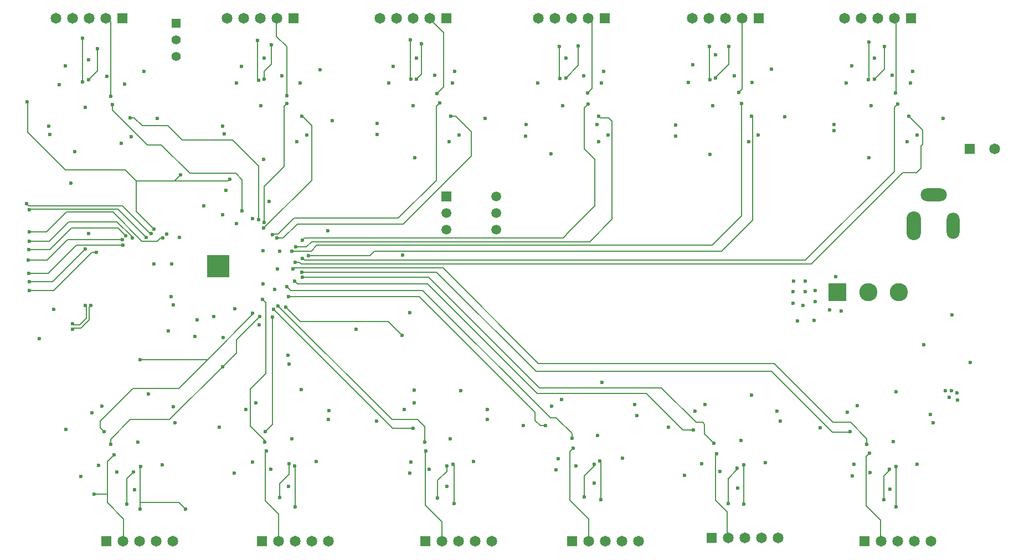
<source format=gbl>
G04 #@! TF.GenerationSoftware,KiCad,Pcbnew,9.0.1*
G04 #@! TF.CreationDate,2025-05-20T14:35:32+01:00*
G04 #@! TF.ProjectId,DST,4453542e-6b69-4636-9164-5f7063625858,rev?*
G04 #@! TF.SameCoordinates,Original*
G04 #@! TF.FileFunction,Copper,L6,Bot*
G04 #@! TF.FilePolarity,Positive*
%FSLAX46Y46*%
G04 Gerber Fmt 4.6, Leading zero omitted, Abs format (unit mm)*
G04 Created by KiCad (PCBNEW 9.0.1) date 2025-05-20 14:35:32*
%MOMM*%
%LPD*%
G01*
G04 APERTURE LIST*
G04 #@! TA.AperFunction,HeatsinkPad*
%ADD10C,0.500000*%
G04 #@! TD*
G04 #@! TA.AperFunction,HeatsinkPad*
%ADD11R,3.400000X3.400000*%
G04 #@! TD*
G04 #@! TA.AperFunction,ComponentPad*
%ADD12R,1.650000X1.650000*%
G04 #@! TD*
G04 #@! TA.AperFunction,ComponentPad*
%ADD13C,1.650000*%
G04 #@! TD*
G04 #@! TA.AperFunction,ComponentPad*
%ADD14O,2.200000X4.400000*%
G04 #@! TD*
G04 #@! TA.AperFunction,ComponentPad*
%ADD15O,2.000000X4.000000*%
G04 #@! TD*
G04 #@! TA.AperFunction,ComponentPad*
%ADD16O,4.000000X2.000000*%
G04 #@! TD*
G04 #@! TA.AperFunction,ComponentPad*
%ADD17R,1.398000X1.398000*%
G04 #@! TD*
G04 #@! TA.AperFunction,ComponentPad*
%ADD18C,1.398000*%
G04 #@! TD*
G04 #@! TA.AperFunction,ComponentPad*
%ADD19R,1.509000X1.509000*%
G04 #@! TD*
G04 #@! TA.AperFunction,ComponentPad*
%ADD20C,1.509000*%
G04 #@! TD*
G04 #@! TA.AperFunction,ComponentPad*
%ADD21R,2.775000X2.775000*%
G04 #@! TD*
G04 #@! TA.AperFunction,ComponentPad*
%ADD22C,2.775000*%
G04 #@! TD*
G04 #@! TA.AperFunction,ViaPad*
%ADD23C,0.600000*%
G04 #@! TD*
G04 #@! TA.AperFunction,Conductor*
%ADD24C,0.200000*%
G04 #@! TD*
G04 APERTURE END LIST*
D10*
G04 #@! TO.P,U1,81,GND*
G04 #@! TO.N,GND*
X128962500Y-90737500D03*
X128962500Y-89287500D03*
X128962500Y-87837500D03*
X127512500Y-90737500D03*
X127512500Y-89287500D03*
D11*
X127512500Y-89287500D03*
D10*
X127512500Y-87837500D03*
X126062500Y-90737500D03*
X126062500Y-89287500D03*
X126062500Y-87837500D03*
G04 #@! TD*
D12*
G04 #@! TO.P,J5,1,1*
G04 #@! TO.N,/OUT1A7*
X233480000Y-51400000D03*
D13*
G04 #@! TO.P,J5,2,2*
G04 #@! TO.N,/OUT1B7*
X230940000Y-51400000D03*
G04 #@! TO.P,J5,3,3*
G04 #@! TO.N,/OUT2A7*
X228400000Y-51400000D03*
G04 #@! TO.P,J5,4,4*
G04 #@! TO.N,/OUT2B7*
X225860000Y-51400000D03*
G04 #@! TO.P,J5,5,5*
G04 #@! TO.N,+3V3*
X223320000Y-51400000D03*
G04 #@! TD*
D12*
G04 #@! TO.P,J15,1,1*
G04 #@! TO.N,/OUT1A11*
X139080000Y-51400000D03*
D13*
G04 #@! TO.P,J15,2,2*
G04 #@! TO.N,/OUT1B11*
X136540000Y-51400000D03*
G04 #@! TO.P,J15,3,3*
G04 #@! TO.N,/OUT2A11*
X134000000Y-51400000D03*
G04 #@! TO.P,J15,4,4*
G04 #@! TO.N,/OUT2B11*
X131460000Y-51400000D03*
G04 #@! TO.P,J15,5,5*
G04 #@! TO.N,+3V3*
X128920000Y-51400000D03*
G04 #@! TD*
D12*
G04 #@! TO.P,J8,1,1*
G04 #@! TO.N,/OUT1A3*
X159160000Y-131400000D03*
D13*
G04 #@! TO.P,J8,2,2*
G04 #@! TO.N,/OUT1B3*
X161700000Y-131400000D03*
G04 #@! TO.P,J8,3,3*
G04 #@! TO.N,/OUT2A3*
X164240000Y-131400000D03*
G04 #@! TO.P,J8,4,4*
G04 #@! TO.N,/OUT2B3*
X166780000Y-131400000D03*
G04 #@! TO.P,J8,5,5*
G04 #@! TO.N,+3V3*
X169320000Y-131400000D03*
G04 #@! TD*
D14*
G04 #@! TO.P,J13,1*
G04 #@! TO.N,/12V_IN*
X233900000Y-83100000D03*
D15*
G04 #@! TO.P,J13,2*
G04 #@! TO.N,GND*
X239900000Y-83100000D03*
D16*
G04 #@! TO.P,J13,3*
G04 #@! TO.N,unconnected-(J13-Pad3)*
X236900000Y-78400000D03*
G04 #@! TD*
D12*
G04 #@! TO.P,J4,1,1*
G04 #@! TO.N,/OUT1A1*
X110420000Y-131400000D03*
D13*
G04 #@! TO.P,J4,2,2*
G04 #@! TO.N,/OUT1B1*
X112960000Y-131400000D03*
G04 #@! TO.P,J4,3,3*
G04 #@! TO.N,/OUT2A1*
X115500000Y-131400000D03*
G04 #@! TO.P,J4,4,4*
G04 #@! TO.N,/OUT2B1*
X118040000Y-131400000D03*
G04 #@! TO.P,J4,5,5*
G04 #@! TO.N,+3V3*
X120580000Y-131400000D03*
G04 #@! TD*
D12*
G04 #@! TO.P,J16,1,1*
G04 #@! TO.N,/OUT1A6*
X226320000Y-131400000D03*
D13*
G04 #@! TO.P,J16,2,2*
G04 #@! TO.N,/OUT1B6*
X228860000Y-131400000D03*
G04 #@! TO.P,J16,3,3*
G04 #@! TO.N,/OUT2A6*
X231400000Y-131400000D03*
G04 #@! TO.P,J16,4,4*
G04 #@! TO.N,/OUT2B6*
X233940000Y-131400000D03*
G04 #@! TO.P,J16,5,5*
G04 #@! TO.N,+3V3*
X236480000Y-131400000D03*
G04 #@! TD*
D12*
G04 #@! TO.P,J11,1,1*
G04 #@! TO.N,/OUT1A10*
X162380000Y-51400000D03*
D13*
G04 #@! TO.P,J11,2,2*
G04 #@! TO.N,/OUT1B10*
X159840000Y-51400000D03*
G04 #@! TO.P,J11,3,3*
G04 #@! TO.N,/OUT2A10*
X157300000Y-51400000D03*
G04 #@! TO.P,J11,4,4*
G04 #@! TO.N,/OUT2B10*
X154760000Y-51400000D03*
G04 #@! TO.P,J11,5,5*
G04 #@! TO.N,+3V3*
X152220000Y-51400000D03*
G04 #@! TD*
D17*
G04 #@! TO.P,J2,1,1*
G04 #@! TO.N,/SWCLK*
X121137500Y-52160000D03*
D18*
G04 #@! TO.P,J2,2,2*
G04 #@! TO.N,GND*
X121137500Y-54700000D03*
G04 #@! TO.P,J2,3,3*
G04 #@! TO.N,/SWD*
X121137500Y-57240000D03*
G04 #@! TD*
D12*
G04 #@! TO.P,J7,1,1*
G04 #@! TO.N,/OUT1A8*
X210200000Y-51400000D03*
D13*
G04 #@! TO.P,J7,2,2*
G04 #@! TO.N,/OUT1B8*
X207660000Y-51400000D03*
G04 #@! TO.P,J7,3,3*
G04 #@! TO.N,/OUT2A8*
X205120000Y-51400000D03*
G04 #@! TO.P,J7,4,4*
G04 #@! TO.N,/OUT2B8*
X202580000Y-51400000D03*
G04 #@! TO.P,J7,5,5*
G04 #@! TO.N,+3V3*
X200040000Y-51400000D03*
G04 #@! TD*
D19*
G04 #@! TO.P,S1,1,COM_1*
G04 #@! TO.N,/In1*
X162400000Y-78620000D03*
D20*
G04 #@! TO.P,S1,2,N.O._1*
G04 #@! TO.N,GND*
X170020000Y-78620000D03*
G04 #@! TO.P,S1,3,COM_2*
G04 #@! TO.N,/In2*
X162400000Y-81160000D03*
G04 #@! TO.P,S1,4,N.O._2*
G04 #@! TO.N,GND*
X170020000Y-81160000D03*
G04 #@! TO.P,S1,5,COM_3*
G04 #@! TO.N,/In3*
X162400000Y-83700000D03*
G04 #@! TO.P,S1,6,N.O._3*
G04 #@! TO.N,GND*
X170020000Y-83700000D03*
G04 #@! TD*
D12*
G04 #@! TO.P,J12,1,1*
G04 #@! TO.N,/OUT1A5*
X202980000Y-130900000D03*
D13*
G04 #@! TO.P,J12,2,2*
G04 #@! TO.N,/OUT1B5*
X205520000Y-130900000D03*
G04 #@! TO.P,J12,3,3*
G04 #@! TO.N,/OUT2A5*
X208060000Y-130900000D03*
G04 #@! TO.P,J12,4,4*
G04 #@! TO.N,/OUT2B5*
X210600000Y-130900000D03*
G04 #@! TO.P,J12,5,5*
G04 #@! TO.N,+3V3*
X213140000Y-130900000D03*
G04 #@! TD*
D12*
G04 #@! TO.P,J9,1,1*
G04 #@! TO.N,/OUT1A9*
X186620000Y-51400000D03*
D13*
G04 #@! TO.P,J9,2,2*
G04 #@! TO.N,/OUT1B9*
X184080000Y-51400000D03*
G04 #@! TO.P,J9,3,3*
G04 #@! TO.N,/OUT2A9*
X181540000Y-51400000D03*
G04 #@! TO.P,J9,4,4*
G04 #@! TO.N,/OUT2B9*
X179000000Y-51400000D03*
G04 #@! TO.P,J9,5,5*
G04 #@! TO.N,+3V3*
X176460000Y-51400000D03*
G04 #@! TD*
D12*
G04 #@! TO.P,J17,1,1*
G04 #@! TO.N,/OUT1A12*
X112880000Y-51400000D03*
D13*
G04 #@! TO.P,J17,2,2*
G04 #@! TO.N,/OUT1B12*
X110340000Y-51400000D03*
G04 #@! TO.P,J17,3,3*
G04 #@! TO.N,/OUT2A12*
X107800000Y-51400000D03*
G04 #@! TO.P,J17,4,4*
G04 #@! TO.N,/OUT2B12*
X105260000Y-51400000D03*
G04 #@! TO.P,J17,5,5*
G04 #@! TO.N,+3V3*
X102720000Y-51400000D03*
G04 #@! TD*
D12*
G04 #@! TO.P,J6,1,1*
G04 #@! TO.N,/OUT1A2*
X134220000Y-131400000D03*
D13*
G04 #@! TO.P,J6,2,2*
G04 #@! TO.N,/OUT1B2*
X136760000Y-131400000D03*
G04 #@! TO.P,J6,3,3*
G04 #@! TO.N,/OUT2A2*
X139300000Y-131400000D03*
G04 #@! TO.P,J6,4,4*
G04 #@! TO.N,/OUT2B2*
X141840000Y-131400000D03*
G04 #@! TO.P,J6,5,5*
G04 #@! TO.N,+3V3*
X144380000Y-131400000D03*
G04 #@! TD*
D12*
G04 #@! TO.P,J1,01,01*
G04 #@! TO.N,/12V_IN*
X242390000Y-71400000D03*
D13*
G04 #@! TO.P,J1,02,02*
G04 #@! TO.N,GND*
X246200000Y-71400000D03*
G04 #@! TD*
D21*
G04 #@! TO.P,S2,1,NO*
G04 #@! TO.N,+12V*
X222200000Y-93300000D03*
D22*
G04 #@! TO.P,S2,2,COMM*
G04 #@! TO.N,Net-(D2-K)*
X226900000Y-93300000D03*
G04 #@! TO.P,S2,3,NC*
G04 #@! TO.N,unconnected-(S2-NC-Pad3)*
X231600000Y-93300000D03*
G04 #@! TD*
D12*
G04 #@! TO.P,J10,1,1*
G04 #@! TO.N,/OUT1A4*
X181620000Y-131400000D03*
D13*
G04 #@! TO.P,J10,2,2*
G04 #@! TO.N,/OUT1B4*
X184160000Y-131400000D03*
G04 #@! TO.P,J10,3,3*
G04 #@! TO.N,/OUT2A4*
X186700000Y-131400000D03*
G04 #@! TO.P,J10,4,4*
G04 #@! TO.N,/OUT2B4*
X189240000Y-131400000D03*
G04 #@! TO.P,J10,5,5*
G04 #@! TO.N,+3V3*
X191780000Y-131400000D03*
G04 #@! TD*
D23*
G04 #@! TO.N,GND*
X128500000Y-69100000D03*
X185000000Y-122500000D03*
X113200000Y-61490000D03*
X200455000Y-111500000D03*
X224750000Y-119651000D03*
X203115000Y-64725000D03*
X233365000Y-61250000D03*
X128300000Y-100200000D03*
X203600000Y-57000000D03*
X119666341Y-84432245D03*
X136200000Y-92900000D03*
X104142500Y-58695000D03*
X138295000Y-123000000D03*
X107700000Y-84300000D03*
X115250000Y-116250000D03*
X141070000Y-69250000D03*
X180160000Y-64750000D03*
X120700000Y-110800000D03*
X179500000Y-118750000D03*
X107700000Y-57740000D03*
X117700000Y-89000000D03*
X133800000Y-98301000D03*
X157000000Y-119250000D03*
X209115000Y-61225000D03*
X148600000Y-99000000D03*
X164365000Y-69250000D03*
X187160000Y-69250000D03*
X114750000Y-123500000D03*
X163365000Y-61250000D03*
X102400000Y-95900000D03*
X213000000Y-111500000D03*
X100200000Y-100400000D03*
X157500000Y-108250000D03*
X234365000Y-69250000D03*
X178500000Y-110750000D03*
X230750000Y-116151000D03*
X155700000Y-87600000D03*
X230250000Y-123401000D03*
X109250000Y-119750000D03*
X140070000Y-61250000D03*
X136620000Y-89700000D03*
X154307500Y-58705000D03*
X239750000Y-96750000D03*
X224365000Y-58680000D03*
X125325735Y-80074265D03*
X151800000Y-69200000D03*
X134070000Y-64750000D03*
X162500000Y-123000000D03*
X136900000Y-87000000D03*
X107200000Y-64990000D03*
X132800000Y-82000000D03*
X105000000Y-76600000D03*
X200115000Y-58475000D03*
X124000000Y-100100000D03*
X101800000Y-69200000D03*
X180660000Y-57500000D03*
X144500000Y-111400000D03*
X174500000Y-69400000D03*
X157865000Y-57500000D03*
X206955000Y-123250000D03*
X185500000Y-115250000D03*
X163000000Y-115750000D03*
X120700000Y-95200000D03*
X210115000Y-69225000D03*
X201455000Y-119500000D03*
X227865000Y-57500000D03*
X242500000Y-104000000D03*
X227365000Y-64750000D03*
X131795000Y-111250000D03*
X197500000Y-69400000D03*
X168700000Y-111200000D03*
X134570000Y-57500000D03*
X138795000Y-115750000D03*
X131057500Y-58705000D03*
X207455000Y-116000000D03*
X156000000Y-111250000D03*
X221700000Y-68600000D03*
X114200000Y-69490000D03*
X108250000Y-111750000D03*
X128700000Y-77700000D03*
X132795000Y-119250000D03*
X138400000Y-104300000D03*
X157365000Y-64750000D03*
X191200000Y-110500000D03*
X223750000Y-111651000D03*
X186160000Y-61250000D03*
X236400000Y-112000000D03*
G04 #@! TO.N,/OUT1B1*
X111600000Y-118200000D03*
X108600000Y-124200000D03*
G04 #@! TO.N,/OUT2A1*
X122500000Y-126500000D03*
X115600000Y-126500000D03*
X115650000Y-120000000D03*
G04 #@! TO.N,/OUT1A1*
X114600000Y-120800000D03*
X113600000Y-125700000D03*
G04 #@! TO.N,/OUT1A2*
X136900000Y-124700000D03*
X138395000Y-119500000D03*
G04 #@! TO.N,/OUT2A2*
X139300000Y-126100000D03*
X139195000Y-119900000D03*
G04 #@! TO.N,/OUT1B2*
X134900000Y-117600000D03*
G04 #@! TO.N,/OUT2A3*
X163600000Y-125600000D03*
X163400000Y-119600000D03*
G04 #@! TO.N,/OUT1B3*
X159300000Y-117600000D03*
G04 #@! TO.N,/OUT1A3*
X161100000Y-124800000D03*
X162500000Y-119900000D03*
G04 #@! TO.N,/OUT2A4*
X186000000Y-125000000D03*
X185900000Y-119100000D03*
G04 #@! TO.N,/OUT1B4*
X181800000Y-117200000D03*
G04 #@! TO.N,/OUT1A4*
X183500000Y-124600000D03*
X185000000Y-119600000D03*
G04 #@! TO.N,/OUT1A5*
X206900000Y-120200000D03*
X205500000Y-125600000D03*
G04 #@! TO.N,/OUT1B5*
X203700000Y-118000000D03*
G04 #@! TO.N,/OUT2A5*
X207900000Y-125700000D03*
X207855000Y-119700000D03*
G04 #@! TO.N,/OUT1A6*
X230146568Y-120352961D03*
X229300000Y-125000000D03*
G04 #@! TO.N,/OUT1B6*
X227100000Y-117900000D03*
G04 #@! TO.N,/OUT2A6*
X231150000Y-120000000D03*
X231200000Y-126100000D03*
G04 #@! TO.N,/OUT1B7*
X231100000Y-62800000D03*
G04 #@! TO.N,/OUT2A7*
X227000000Y-55000000D03*
X226965000Y-60800000D03*
G04 #@! TO.N,/OUT1A7*
X229400000Y-55700000D03*
X227860821Y-60674723D03*
G04 #@! TO.N,/OUT1A8*
X205600000Y-55700000D03*
X203600000Y-60500000D03*
G04 #@! TO.N,/OUT1B8*
X207100000Y-62700000D03*
G04 #@! TO.N,/OUT2A8*
X202600000Y-55700000D03*
X202715000Y-60800000D03*
G04 #@! TO.N,/OUT1B9*
X184000000Y-62800000D03*
G04 #@! TO.N,/OUT2A9*
X179700000Y-55700000D03*
X179760000Y-60600000D03*
G04 #@! TO.N,/OUT1A9*
X180700000Y-60500000D03*
X182600000Y-55600000D03*
G04 #@! TO.N,/OUT1B10*
X161000000Y-62900000D03*
G04 #@! TO.N,/OUT1A10*
X157860821Y-60674723D03*
X158600000Y-55300000D03*
G04 #@! TO.N,/OUT2A10*
X156965000Y-60700000D03*
X156900000Y-54700000D03*
G04 #@! TO.N,/OUT1A11*
X135700000Y-55400000D03*
X134564246Y-60677178D03*
G04 #@! TO.N,/OUT2A11*
X133670000Y-60900000D03*
X133500000Y-54800000D03*
G04 #@! TO.N,/OUT1B11*
X138000000Y-63200000D03*
G04 #@! TO.N,/OUT1A12*
X107700000Y-60800000D03*
X109100000Y-56000000D03*
G04 #@! TO.N,/OUT1B12*
X111100000Y-63300000D03*
G04 #@! TO.N,/OUT2A12*
X106800000Y-61100000D03*
X106800000Y-54400000D03*
G04 #@! TO.N,+3V3*
X134400000Y-92000000D03*
X134424265Y-86924265D03*
X196322500Y-113912500D03*
X214115000Y-66475000D03*
X240600000Y-109800000D03*
X145000000Y-67000000D03*
X227000000Y-72700000D03*
X180000000Y-109750000D03*
X128195261Y-81473760D03*
X201955000Y-110500000D03*
X219572500Y-114063500D03*
X118245000Y-66690000D03*
X157500000Y-110250000D03*
X130312500Y-82800000D03*
X130073988Y-95850241D03*
X162865000Y-70250000D03*
X144300000Y-83900000D03*
X225250000Y-110651000D03*
X133295000Y-110250000D03*
X127662500Y-113912500D03*
X121600000Y-84900000D03*
X240500000Y-108700000D03*
X109750000Y-110750000D03*
X231200000Y-108500000D03*
X186200000Y-107100000D03*
X138200000Y-102900000D03*
X174162500Y-113662500D03*
X185660000Y-70250000D03*
X238700000Y-108400000D03*
X105600000Y-71800000D03*
X126875191Y-97023306D03*
X139570000Y-70250000D03*
X151750000Y-113000000D03*
X238365000Y-66680000D03*
X202700000Y-72200000D03*
X185400000Y-67600000D03*
X164600000Y-108400000D03*
X239300000Y-109400000D03*
X157600000Y-72700000D03*
X209100000Y-109000000D03*
X178400000Y-72100000D03*
X134500000Y-73000000D03*
X116900000Y-108900000D03*
X119900000Y-99200000D03*
X120400000Y-89000000D03*
X112700000Y-70490000D03*
X239600000Y-108400000D03*
X120300000Y-94000000D03*
X140200000Y-108200000D03*
X232865000Y-70250000D03*
X124300000Y-97500000D03*
X156800000Y-96400000D03*
X135345000Y-79410000D03*
X208615000Y-70225000D03*
X168307500Y-66705000D03*
X104250000Y-114250000D03*
G04 #@! TO.N,/DIR12*
X111400000Y-64600000D03*
X131200000Y-80800000D03*
G04 #@! TO.N,/DIR9*
X184100000Y-64500000D03*
X140400000Y-85300000D03*
G04 #@! TO.N,/DIR1*
X111100000Y-116600000D03*
X128200000Y-104700000D03*
X133900000Y-97000000D03*
G04 #@! TO.N,/DIR8*
X207500000Y-64400000D03*
X138791092Y-86985232D03*
G04 #@! TO.N,/EXT_GPIO1*
X117300000Y-84300000D03*
X98200000Y-79700000D03*
G04 #@! TO.N,/STEP1*
X132800000Y-96500000D03*
X110100000Y-114625000D03*
X115600000Y-103600000D03*
G04 #@! TO.N,/STEP6*
X224100000Y-114600000D03*
X140303976Y-90205781D03*
G04 #@! TO.N,/DIR6*
X139000000Y-89700000D03*
X226700000Y-116600000D03*
G04 #@! TO.N,/DIR2*
X134300000Y-94400000D03*
X134600000Y-116200000D03*
G04 #@! TO.N,/STEP10*
X163100000Y-66375000D03*
X136500000Y-85000000D03*
G04 #@! TO.N,/STEP4*
X177600000Y-113700000D03*
X138300000Y-94000000D03*
G04 #@! TO.N,/DIR3*
X136700000Y-95400000D03*
X159100000Y-116200000D03*
G04 #@! TO.N,/STEP11*
X140300000Y-66375000D03*
X134500000Y-83500000D03*
G04 #@! TO.N,/STEP8*
X209100000Y-66350000D03*
X141300000Y-87700000D03*
G04 #@! TO.N,/DIR7*
X140400000Y-88100000D03*
X231400000Y-64500000D03*
G04 #@! TO.N,/STEP7*
X233100000Y-66375000D03*
X139300000Y-88700000D03*
G04 #@! TO.N,/DIR5*
X140400000Y-91000000D03*
X203300000Y-116400000D03*
G04 #@! TO.N,/STEP12*
X114100000Y-66600000D03*
X133700000Y-82200000D03*
G04 #@! TO.N,/STEP9*
X185700000Y-66375000D03*
X139400000Y-86385232D03*
G04 #@! TO.N,/STEP3*
X157300000Y-114125000D03*
X136000000Y-95900000D03*
G04 #@! TO.N,/DIR4*
X138000000Y-92400000D03*
X181600000Y-115600000D03*
G04 #@! TO.N,/EXT_GPIO5*
X113395836Y-84678014D03*
X98600000Y-86800000D03*
G04 #@! TO.N,/STEP5*
X139200000Y-91600000D03*
X200200000Y-114375000D03*
G04 #@! TO.N,/STEP2*
X134700000Y-114650000D03*
X135800000Y-97100000D03*
G04 #@! TO.N,/DIR10*
X161400000Y-64300000D03*
X135800000Y-84500000D03*
G04 #@! TO.N,/DIR11*
X138000000Y-64400000D03*
X134551470Y-82600000D03*
G04 #@! TO.N,/EXT_GPIO4*
X114400000Y-85000000D03*
X98700000Y-85500000D03*
G04 #@! TO.N,/EXT_GPIO6*
X112850743Y-85263572D03*
X98500000Y-88400000D03*
G04 #@! TO.N,/EXT_GPIO9*
X108900000Y-87200000D03*
X98700000Y-93000000D03*
G04 #@! TO.N,/EXT_GPIO3*
X98700000Y-84100000D03*
X119100653Y-84997931D03*
G04 #@! TO.N,/EXT_GPIO7*
X112966637Y-86055135D03*
X98600000Y-90400000D03*
G04 #@! TO.N,/EXT_GPIO8*
X107200000Y-86700000D03*
X98700000Y-91700000D03*
G04 #@! TO.N,/EXT_GPIO2*
X116500000Y-84900000D03*
X98700000Y-80700000D03*
G04 #@! TO.N,/GPIO0*
X137900000Y-95600000D03*
X155600000Y-99900000D03*
G04 #@! TO.N,/ENABLE_N*
X117700000Y-83600000D03*
X129300000Y-76000000D03*
X98300000Y-64200000D03*
X121800000Y-75300000D03*
G04 #@! TO.N,/USB_D-*
X107175000Y-95300000D03*
X105300000Y-98125000D03*
G04 #@! TO.N,/USB_D+*
X108025000Y-95300000D03*
X105300000Y-98975000D03*
G04 #@! TO.N,+12V*
X101600000Y-67900000D03*
X130000000Y-121000000D03*
X221700000Y-67600000D03*
X197500000Y-67700000D03*
X218800000Y-94700000D03*
X215500000Y-91600000D03*
X212100000Y-59200000D03*
X222800000Y-96200000D03*
X191500000Y-112200000D03*
X213500000Y-113000000D03*
X234400000Y-119600000D03*
X168700000Y-112800000D03*
X160600000Y-60100000D03*
X130300000Y-61300000D03*
X206400000Y-60200000D03*
X112000000Y-120800000D03*
X120900000Y-113300000D03*
X174600000Y-67600000D03*
X217300000Y-93200000D03*
X151800000Y-67500000D03*
X204200000Y-120700000D03*
X143070000Y-59250000D03*
X142500000Y-119200000D03*
X198800000Y-121300000D03*
X189300000Y-118700000D03*
X216100000Y-97700000D03*
X221900000Y-90900000D03*
X182200000Y-119900000D03*
X179200000Y-120500000D03*
X223500000Y-61300000D03*
X176400000Y-61300000D03*
X221000000Y-96000000D03*
X106500000Y-121500000D03*
X156800000Y-121000000D03*
X186500000Y-59500000D03*
X235400000Y-101300000D03*
X153600000Y-61300000D03*
X218800000Y-93000000D03*
X163700000Y-59500000D03*
X128200000Y-67900000D03*
X215400000Y-95000000D03*
X166600000Y-119200000D03*
X236800000Y-113300000D03*
X216900000Y-95300000D03*
X211200000Y-119400000D03*
X218600000Y-97600000D03*
X215400000Y-93200000D03*
X224500000Y-121400000D03*
X116200000Y-59490000D03*
X233700000Y-59500000D03*
X159800000Y-120400000D03*
X144400000Y-112800000D03*
X103200000Y-61500000D03*
X119000000Y-119700000D03*
X217300000Y-91600000D03*
X135600000Y-120400000D03*
X183400000Y-60200000D03*
X227200000Y-120900000D03*
X137300000Y-60200000D03*
X199400000Y-61200000D03*
X110500000Y-60300000D03*
X230600000Y-60100000D03*
G04 #@! TD*
D24*
G04 #@! TO.N,/OUT1B1*
X110600000Y-124200000D02*
X110600000Y-125500000D01*
X110600000Y-124200000D02*
X108600000Y-124200000D01*
X110600000Y-119200000D02*
X110600000Y-124200000D01*
X111600000Y-118200000D02*
X110600000Y-119200000D01*
X113060000Y-127960000D02*
X113060000Y-131437500D01*
X110600000Y-125500000D02*
X113060000Y-127960000D01*
G04 #@! TO.N,/OUT2A1*
X121500000Y-125500000D02*
X115600000Y-125500000D01*
X115600000Y-125500000D02*
X115600000Y-120050000D01*
X115600000Y-120050000D02*
X115650000Y-120000000D01*
X122500000Y-126500000D02*
X121500000Y-125500000D01*
X115600000Y-126500000D02*
X115600000Y-125500000D01*
G04 #@! TO.N,/OUT1A1*
X113600000Y-121800000D02*
X114600000Y-120800000D01*
X113600000Y-125700000D02*
X113600000Y-121800000D01*
G04 #@! TO.N,/OUT1A2*
X136900000Y-124700000D02*
X136900000Y-122600000D01*
X136900000Y-122600000D02*
X138395000Y-121105000D01*
X138395000Y-121105000D02*
X138395000Y-119500000D01*
G04 #@! TO.N,/OUT2A2*
X139300000Y-126100000D02*
X139300000Y-120005000D01*
X139300000Y-120005000D02*
X139195000Y-119900000D01*
G04 #@! TO.N,/OUT1B2*
X134700000Y-117800000D02*
X134700000Y-125200000D01*
X134900000Y-117600000D02*
X134700000Y-117800000D01*
X136760000Y-127260000D02*
X136760000Y-131337500D01*
X134700000Y-125200000D02*
X136760000Y-127260000D01*
G04 #@! TO.N,/OUT2A3*
X163600000Y-125600000D02*
X163600000Y-119800000D01*
X163600000Y-119800000D02*
X163400000Y-119600000D01*
G04 #@! TO.N,/OUT1B3*
X159300000Y-117600000D02*
X159200000Y-117700000D01*
X161720000Y-128420000D02*
X161720000Y-131400000D01*
X159200000Y-125900000D02*
X161720000Y-128420000D01*
X159200000Y-117700000D02*
X159200000Y-125900000D01*
G04 #@! TO.N,/OUT1A3*
X161100000Y-124800000D02*
X161100000Y-122100000D01*
X161100000Y-122100000D02*
X162500000Y-120700000D01*
X162500000Y-120700000D02*
X162500000Y-119900000D01*
G04 #@! TO.N,/OUT2A4*
X186000000Y-125000000D02*
X186000000Y-119200000D01*
X186000000Y-119200000D02*
X185900000Y-119100000D01*
G04 #@! TO.N,/OUT1B4*
X181800000Y-117200000D02*
X181300000Y-117700000D01*
X184180000Y-127980000D02*
X184180000Y-131500000D01*
X181300000Y-125100000D02*
X184180000Y-127980000D01*
X181300000Y-117700000D02*
X181300000Y-125100000D01*
G04 #@! TO.N,/OUT1A4*
X185000000Y-119900000D02*
X185000000Y-119600000D01*
X183500000Y-121400000D02*
X185000000Y-119900000D01*
X183500000Y-124600000D02*
X183500000Y-121400000D01*
G04 #@! TO.N,/OUT1A5*
X206900000Y-120400000D02*
X206900000Y-120200000D01*
X205500000Y-125600000D02*
X205500000Y-121800000D01*
X205500000Y-121800000D02*
X206900000Y-120400000D01*
G04 #@! TO.N,/OUT1B5*
X203599000Y-118101000D02*
X203599000Y-125099000D01*
X203700000Y-118000000D02*
X203599000Y-118101000D01*
X203599000Y-125099000D02*
X205360000Y-126860000D01*
X205360000Y-126860000D02*
X205360000Y-131437500D01*
G04 #@! TO.N,/OUT2A5*
X207900000Y-125700000D02*
X207900000Y-119745000D01*
X207900000Y-119745000D02*
X207855000Y-119700000D01*
G04 #@! TO.N,/OUT1A6*
X229300000Y-121400000D02*
X230100000Y-120600000D01*
X230100000Y-120600000D02*
X230100000Y-120399529D01*
X230100000Y-120399529D02*
X230146568Y-120352961D01*
X229300000Y-125000000D02*
X229300000Y-121400000D01*
G04 #@! TO.N,/OUT1B6*
X226600000Y-126000000D02*
X228800000Y-128200000D01*
X226600000Y-118400000D02*
X226600000Y-126000000D01*
X227100000Y-117900000D02*
X226600000Y-118400000D01*
X228800000Y-128500000D02*
X228820000Y-128520000D01*
X228820000Y-128520000D02*
X228820000Y-131300000D01*
X228800000Y-128200000D02*
X228800000Y-128500000D01*
G04 #@! TO.N,/OUT2A6*
X231200000Y-120050000D02*
X231150000Y-120000000D01*
X231200000Y-126100000D02*
X231200000Y-120050000D01*
G04 #@! TO.N,/OUT1B7*
X231200000Y-62700000D02*
X231200000Y-51700000D01*
X231100000Y-62800000D02*
X231200000Y-62700000D01*
X231200000Y-51700000D02*
X230900000Y-51400000D01*
G04 #@! TO.N,/OUT2A7*
X227000000Y-55000000D02*
X227000000Y-60765000D01*
X227000000Y-60765000D02*
X226965000Y-60800000D01*
G04 #@! TO.N,/OUT1A7*
X229400000Y-55700000D02*
X229400000Y-59135544D01*
X229400000Y-59135544D02*
X227860821Y-60674723D01*
G04 #@! TO.N,/OUT1A8*
X203600000Y-60400000D02*
X205600000Y-58400000D01*
X205600000Y-55700000D02*
X205600000Y-58400000D01*
X203600000Y-60400000D02*
X203600000Y-60500000D01*
G04 #@! TO.N,/OUT1B8*
X207600000Y-62200000D02*
X207600000Y-51300000D01*
X207100000Y-62700000D02*
X207600000Y-62200000D01*
G04 #@! TO.N,/OUT2A8*
X202600000Y-60685000D02*
X202715000Y-60800000D01*
X202600000Y-55700000D02*
X202600000Y-60685000D01*
G04 #@! TO.N,/OUT1B9*
X184700000Y-52000000D02*
X184000000Y-51300000D01*
X184700000Y-62100000D02*
X184700000Y-52000000D01*
X184000000Y-62800000D02*
X184700000Y-62100000D01*
G04 #@! TO.N,/OUT2A9*
X179700000Y-55700000D02*
X179700000Y-60540000D01*
X179700000Y-60540000D02*
X179760000Y-60600000D01*
G04 #@! TO.N,/OUT1A9*
X182600000Y-58600000D02*
X180700000Y-60500000D01*
X182600000Y-55600000D02*
X182600000Y-58600000D01*
G04 #@! TO.N,/OUT1B10*
X162000000Y-61900000D02*
X162000000Y-53620000D01*
X161000000Y-62900000D02*
X162000000Y-61900000D01*
X162000000Y-53620000D02*
X159780000Y-51400000D01*
G04 #@! TO.N,/OUT1A10*
X158600000Y-59935544D02*
X157860821Y-60674723D01*
X158600000Y-55300000D02*
X158600000Y-59935544D01*
G04 #@! TO.N,/OUT2A10*
X156900000Y-60635000D02*
X156965000Y-60700000D01*
X156900000Y-54700000D02*
X156900000Y-60635000D01*
G04 #@! TO.N,/OUT1A11*
X135700000Y-55400000D02*
X135700000Y-58400000D01*
X134564246Y-59535754D02*
X135700000Y-58400000D01*
X134564246Y-59535754D02*
X134564246Y-60677178D01*
G04 #@! TO.N,/OUT2A11*
X133500000Y-54800000D02*
X133500000Y-60730000D01*
X133500000Y-60730000D02*
X133670000Y-60900000D01*
G04 #@! TO.N,/OUT1B11*
X136440000Y-54140000D02*
X136440000Y-51362500D01*
X138000000Y-55700000D02*
X136440000Y-54140000D01*
X138000000Y-63200000D02*
X138000000Y-55700000D01*
G04 #@! TO.N,/OUT1A12*
X109100000Y-56000000D02*
X109100000Y-59400000D01*
X109100000Y-59400000D02*
X107700000Y-60800000D01*
G04 #@! TO.N,/OUT1B12*
X111100000Y-63300000D02*
X111100000Y-52000000D01*
X111100000Y-52000000D02*
X110400000Y-51300000D01*
G04 #@! TO.N,/OUT2A12*
X106800000Y-54400000D02*
X106800000Y-61100000D01*
G04 #@! TO.N,/DIR12*
X118831931Y-70731931D02*
X123200000Y-75100000D01*
X130200000Y-75100000D02*
X131200000Y-76100000D01*
X116731931Y-70731931D02*
X118831931Y-70731931D01*
X123200000Y-75100000D02*
X130200000Y-75100000D01*
X111400000Y-65400000D02*
X116731931Y-70731931D01*
X131200000Y-76100000D02*
X131200000Y-80800000D01*
X111400000Y-64600000D02*
X111400000Y-65400000D01*
G04 #@! TO.N,/DIR9*
X183500000Y-71400000D02*
X183500000Y-65100000D01*
X185100000Y-73000000D02*
X183500000Y-71400000D01*
X185100000Y-80100000D02*
X185100000Y-73000000D01*
X140400000Y-85300000D02*
X140728000Y-84972000D01*
X180768069Y-84468069D02*
X180768069Y-84431931D01*
X180264138Y-84972000D02*
X180768069Y-84468069D01*
X183500000Y-65100000D02*
X184100000Y-64500000D01*
X140728000Y-84972000D02*
X180264138Y-84972000D01*
X180768069Y-84431931D02*
X185100000Y-80100000D01*
G04 #@! TO.N,/DIR1*
X114100000Y-112800000D02*
X111100000Y-115800000D01*
X120100000Y-112800000D02*
X114100000Y-112800000D01*
X130300000Y-102600000D02*
X128200000Y-104700000D01*
X133900000Y-97000000D02*
X130300000Y-100600000D01*
X128200000Y-104700000D02*
X120100000Y-112800000D01*
X111100000Y-115800000D02*
X111100000Y-116600000D01*
X130300000Y-100600000D02*
X130300000Y-102600000D01*
G04 #@! TO.N,/DIR8*
X138791092Y-86985232D02*
X141714768Y-86985232D01*
X203036138Y-86100000D02*
X207500000Y-81636138D01*
X141714768Y-86985232D02*
X142600000Y-86100000D01*
X207500000Y-81636138D02*
X207500000Y-64400000D01*
X142600000Y-86100000D02*
X203036138Y-86100000D01*
G04 #@! TO.N,/EXT_GPIO1*
X112900000Y-80100000D02*
X117100000Y-84300000D01*
X98600000Y-80100000D02*
X112900000Y-80100000D01*
X117100000Y-84300000D02*
X117300000Y-84300000D01*
X98200000Y-79700000D02*
X98600000Y-80100000D01*
G04 #@! TO.N,/STEP1*
X109500000Y-114025000D02*
X109500000Y-113000000D01*
X114500000Y-108000000D02*
X121500000Y-108000000D01*
X115600000Y-103600000D02*
X125900000Y-103600000D01*
X125900000Y-103600000D02*
X126000000Y-103500000D01*
X110100000Y-114625000D02*
X109500000Y-114025000D01*
X132800000Y-96700000D02*
X126000000Y-103500000D01*
X121500000Y-108000000D02*
X126000000Y-103500000D01*
X109500000Y-113000000D02*
X114500000Y-108000000D01*
X132800000Y-96500000D02*
X132800000Y-96700000D01*
G04 #@! TO.N,/STEP6*
X221400000Y-114700000D02*
X224000000Y-114700000D01*
X224000000Y-114700000D02*
X224100000Y-114600000D01*
X140303976Y-90205781D02*
X160905781Y-90205781D01*
X176100000Y-105400000D02*
X212100000Y-105400000D01*
X160905781Y-90205781D02*
X176100000Y-105400000D01*
X212100000Y-105400000D02*
X221400000Y-114700000D01*
G04 #@! TO.N,/DIR6*
X176500000Y-104200000D02*
X212500000Y-104200000D01*
X212500000Y-104200000D02*
X221500000Y-113200000D01*
X226700000Y-115700000D02*
X226700000Y-116600000D01*
X221500000Y-113200000D02*
X224200000Y-113200000D01*
X139095219Y-89604781D02*
X161904781Y-89604781D01*
X139000000Y-89700000D02*
X139095219Y-89604781D01*
X161904781Y-89604781D02*
X176500000Y-104200000D01*
X224200000Y-113200000D02*
X226700000Y-115700000D01*
G04 #@! TO.N,/DIR2*
X132400000Y-113800000D02*
X134600000Y-116000000D01*
X134800000Y-94900000D02*
X134800000Y-105700000D01*
X134300000Y-94400000D02*
X134800000Y-94900000D01*
X132400000Y-108100000D02*
X134800000Y-105700000D01*
X132400000Y-108100000D02*
X132400000Y-113800000D01*
X134600000Y-116000000D02*
X134600000Y-116200000D01*
G04 #@! TO.N,/STEP10*
X137472000Y-85028000D02*
X139600000Y-82900000D01*
X139600000Y-82900000D02*
X155800000Y-82900000D01*
X166200000Y-68700000D02*
X163875000Y-66375000D01*
X155800000Y-82900000D02*
X166200000Y-72500000D01*
X163875000Y-66375000D02*
X163100000Y-66375000D01*
X136528000Y-85028000D02*
X137472000Y-85028000D01*
X166200000Y-72500000D02*
X166200000Y-68700000D01*
X136500000Y-85000000D02*
X136528000Y-85028000D01*
G04 #@! TO.N,/STEP4*
X158300000Y-94000000D02*
X176000000Y-111700000D01*
X138300000Y-94000000D02*
X158300000Y-94000000D01*
X176000000Y-112900000D02*
X176800000Y-113700000D01*
X176000000Y-111700000D02*
X176000000Y-112900000D01*
X176800000Y-113700000D02*
X177600000Y-113700000D01*
G04 #@! TO.N,/DIR3*
X136700000Y-95400000D02*
X154100000Y-112800000D01*
X154100000Y-112800000D02*
X158000000Y-112800000D01*
X158000000Y-112800000D02*
X159100000Y-113900000D01*
X159100000Y-113900000D02*
X159100000Y-116200000D01*
G04 #@! TO.N,/STEP11*
X141800000Y-76200000D02*
X141800000Y-67800000D01*
X140375000Y-66375000D02*
X140300000Y-66375000D01*
X141800000Y-67800000D02*
X140375000Y-66375000D01*
X134500000Y-83500000D02*
X141800000Y-76200000D01*
G04 #@! TO.N,/STEP8*
X204500000Y-87000000D02*
X209216000Y-82284000D01*
X209216000Y-82284000D02*
X209216000Y-66466000D01*
X150700000Y-87700000D02*
X151400000Y-87000000D01*
X151400000Y-87000000D02*
X204500000Y-87000000D01*
X209216000Y-66466000D02*
X209100000Y-66350000D01*
X141300000Y-87700000D02*
X150700000Y-87700000D01*
G04 #@! TO.N,/DIR7*
X140400000Y-88100000D02*
X140700000Y-88400000D01*
X140700000Y-88400000D02*
X217300000Y-88400000D01*
X230900000Y-74800000D02*
X230900000Y-65000000D01*
X217300000Y-88400000D02*
X230900000Y-74800000D01*
X230900000Y-65000000D02*
X231400000Y-64500000D01*
G04 #@! TO.N,/STEP7*
X218200000Y-89000000D02*
X232200000Y-75000000D01*
X235000000Y-74300000D02*
X235000000Y-70900000D01*
X235000000Y-70900000D02*
X235200000Y-70700000D01*
X235200000Y-68475000D02*
X233100000Y-66375000D01*
X232200000Y-75000000D02*
X234300000Y-75000000D01*
X139300000Y-88700000D02*
X139900000Y-88700000D01*
X139900000Y-88700000D02*
X140200000Y-89000000D01*
X234300000Y-75000000D02*
X235000000Y-74300000D01*
X235200000Y-70700000D02*
X235200000Y-68475000D01*
X140200000Y-89000000D02*
X218200000Y-89000000D01*
G04 #@! TO.N,/DIR5*
X140400000Y-91000000D02*
X159700000Y-91000000D01*
X176600000Y-107900000D02*
X195300000Y-107900000D01*
X159700000Y-91000000D02*
X176600000Y-107900000D01*
X200600000Y-113200000D02*
X201600000Y-113200000D01*
X201900000Y-113500000D02*
X201900000Y-115000000D01*
X201600000Y-113200000D02*
X201900000Y-113500000D01*
X201900000Y-115000000D02*
X203300000Y-116400000D01*
X195300000Y-107900000D02*
X200600000Y-113200000D01*
G04 #@! TO.N,/STEP12*
X114700000Y-66600000D02*
X114100000Y-66600000D01*
X119800000Y-67800000D02*
X115900000Y-67800000D01*
X119800000Y-67800000D02*
X122000000Y-70000000D01*
X122000000Y-70000000D02*
X129700000Y-70000000D01*
X129700000Y-70000000D02*
X133700000Y-74000000D01*
X133700000Y-82200000D02*
X133700000Y-74000000D01*
X115900000Y-67800000D02*
X114700000Y-66600000D01*
G04 #@! TO.N,/STEP9*
X139400000Y-86385232D02*
X141014768Y-86385232D01*
X141800000Y-85600000D02*
X184300000Y-85600000D01*
X187761000Y-82139000D02*
X187761000Y-67161000D01*
X184300000Y-85600000D02*
X187761000Y-82139000D01*
X187761000Y-67161000D02*
X187200000Y-66600000D01*
X141014768Y-86385232D02*
X141800000Y-85600000D01*
X185925000Y-66600000D02*
X185700000Y-66375000D01*
X187200000Y-66600000D02*
X185925000Y-66600000D01*
G04 #@! TO.N,/STEP3*
X156825000Y-114125000D02*
X157300000Y-114125000D01*
X154200000Y-114100000D02*
X156800000Y-114100000D01*
X156800000Y-114100000D02*
X156825000Y-114125000D01*
X136000000Y-95900000D02*
X154200000Y-114100000D01*
G04 #@! TO.N,/DIR4*
X138600000Y-93000000D02*
X158800000Y-93000000D01*
X178300000Y-112500000D02*
X179200000Y-112500000D01*
X138000000Y-92400000D02*
X138600000Y-93000000D01*
X181600000Y-114900000D02*
X181600000Y-115600000D01*
X179200000Y-112500000D02*
X181600000Y-114900000D01*
X158800000Y-93000000D02*
X178300000Y-112500000D01*
G04 #@! TO.N,/EXT_GPIO5*
X113395836Y-84678014D02*
X112217822Y-83500000D01*
X105100000Y-83500000D02*
X101800000Y-86800000D01*
X101800000Y-86800000D02*
X98600000Y-86800000D01*
X112217822Y-83500000D02*
X105100000Y-83500000D01*
G04 #@! TO.N,/STEP5*
X139600000Y-92000000D02*
X159500000Y-92000000D01*
X193000000Y-108800000D02*
X198575000Y-114375000D01*
X139200000Y-91600000D02*
X139600000Y-92000000D01*
X159500000Y-92000000D02*
X176300000Y-108800000D01*
X176300000Y-108800000D02*
X193000000Y-108800000D01*
X198575000Y-114375000D02*
X200200000Y-114375000D01*
G04 #@! TO.N,/STEP2*
X135800000Y-97100000D02*
X135800000Y-113550000D01*
X135800000Y-113550000D02*
X134700000Y-114650000D01*
G04 #@! TO.N,/DIR10*
X155064138Y-81972000D02*
X160868069Y-76168069D01*
X135800000Y-84500000D02*
X135900000Y-84400000D01*
X135900000Y-84400000D02*
X136700000Y-84400000D01*
X160868069Y-64831931D02*
X161400000Y-64300000D01*
X160868069Y-76168069D02*
X160868069Y-64831931D01*
X139128000Y-81972000D02*
X155064138Y-81972000D01*
X136700000Y-84400000D02*
X139128000Y-81972000D01*
G04 #@! TO.N,/DIR11*
X134551470Y-77148530D02*
X137600000Y-74100000D01*
X137600000Y-64800000D02*
X138000000Y-64400000D01*
X134551470Y-82600000D02*
X134551470Y-77148530D01*
X137600000Y-74100000D02*
X137600000Y-64800000D01*
G04 #@! TO.N,/EXT_GPIO4*
X104700000Y-82500000D02*
X101700000Y-85500000D01*
X112039481Y-82500000D02*
X104700000Y-82500000D01*
X101700000Y-85500000D02*
X98700000Y-85500000D01*
X114400000Y-84860519D02*
X112039481Y-82500000D01*
X114400000Y-85000000D02*
X114400000Y-84860519D01*
G04 #@! TO.N,/EXT_GPIO6*
X112850743Y-85263572D02*
X104536428Y-85263572D01*
X101400000Y-88400000D02*
X98500000Y-88400000D01*
X101400000Y-88400000D02*
X104536428Y-85263572D01*
G04 #@! TO.N,/EXT_GPIO9*
X102400000Y-93000000D02*
X98700000Y-93000000D01*
X108200000Y-87200000D02*
X102400000Y-93000000D01*
X108900000Y-87200000D02*
X108200000Y-87200000D01*
G04 #@! TO.N,/EXT_GPIO3*
X111428000Y-81028000D02*
X104372000Y-81028000D01*
X104372000Y-81028000D02*
X101300000Y-84100000D01*
X118702069Y-84997931D02*
X118219000Y-85481000D01*
X101300000Y-84100000D02*
X98700000Y-84100000D01*
X119100653Y-84997931D02*
X118702069Y-84997931D01*
X118219000Y-85481000D02*
X115881000Y-85481000D01*
X115881000Y-85481000D02*
X111428000Y-81028000D01*
G04 #@! TO.N,/EXT_GPIO7*
X101500000Y-90400000D02*
X98600000Y-90400000D01*
X112966637Y-86055135D02*
X105844865Y-86055135D01*
X101500000Y-90400000D02*
X105844865Y-86055135D01*
G04 #@! TO.N,/EXT_GPIO8*
X107200000Y-86700000D02*
X102200000Y-91700000D01*
X102200000Y-91700000D02*
X98700000Y-91700000D01*
G04 #@! TO.N,/EXT_GPIO2*
X112200000Y-80600000D02*
X98800000Y-80600000D01*
X116500000Y-84900000D02*
X112200000Y-80600000D01*
X98800000Y-80600000D02*
X98700000Y-80700000D01*
G04 #@! TO.N,/GPIO0*
X137900000Y-95600000D02*
X140100000Y-97800000D01*
X153500000Y-97800000D02*
X155600000Y-99900000D01*
X140100000Y-97800000D02*
X153500000Y-97800000D01*
G04 #@! TO.N,/ENABLE_N*
X98400000Y-68800000D02*
X98400000Y-64300000D01*
X98400000Y-64300000D02*
X98300000Y-64200000D01*
X115000000Y-80900000D02*
X115000000Y-76300000D01*
X104200000Y-74600000D02*
X113300000Y-74600000D01*
X117700000Y-83600000D02*
X115000000Y-80900000D01*
X115000000Y-76300000D02*
X120800000Y-76300000D01*
X115000000Y-76300000D02*
X113300000Y-74600000D01*
X104200000Y-74600000D02*
X98400000Y-68800000D01*
X120800000Y-76300000D02*
X129000000Y-76300000D01*
X129000000Y-76300000D02*
X129300000Y-76000000D01*
X120800000Y-76300000D02*
X121800000Y-75300000D01*
G04 #@! TO.N,/USB_D-*
X105499999Y-98324999D02*
X106356803Y-98324999D01*
X107374999Y-97306803D02*
X107374999Y-95499999D01*
X106356803Y-98324999D02*
X107374999Y-97306803D01*
X105300000Y-98125000D02*
X105499999Y-98324999D01*
X107374999Y-95499999D02*
X107175000Y-95300000D01*
G04 #@! TO.N,/USB_D+*
X107825001Y-97493197D02*
X107825001Y-95499999D01*
X107825001Y-95499999D02*
X108025000Y-95300000D01*
X105300000Y-98975000D02*
X105499999Y-98775001D01*
X105499999Y-98775001D02*
X106543197Y-98775001D01*
X106543197Y-98775001D02*
X107825001Y-97493197D01*
G04 #@! TD*
M02*

</source>
